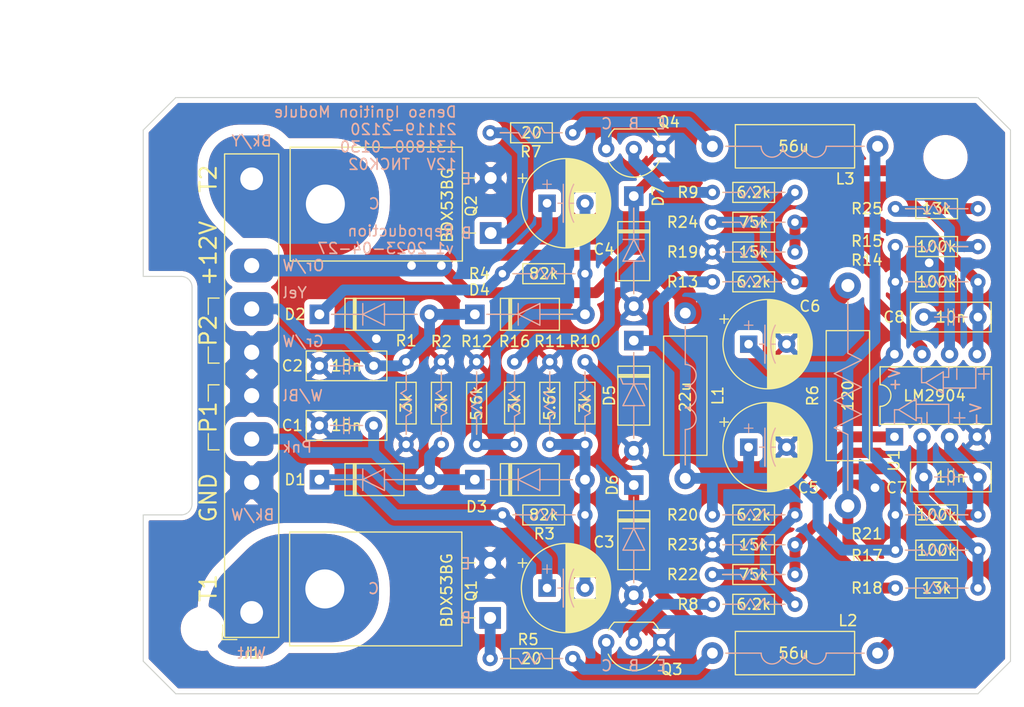
<source format=kicad_pcb>
(kicad_pcb (version 20221018) (generator pcbnew)

  (general
    (thickness 1.6)
  )

  (paper "USLetter")
  (layers
    (0 "F.Cu" signal)
    (31 "B.Cu" signal)
    (32 "B.Adhes" user "B.Adhesive")
    (33 "F.Adhes" user "F.Adhesive")
    (34 "B.Paste" user)
    (35 "F.Paste" user)
    (36 "B.SilkS" user "B.Silkscreen")
    (37 "F.SilkS" user "F.Silkscreen")
    (38 "B.Mask" user)
    (39 "F.Mask" user)
    (40 "Dwgs.User" user "User.Drawings")
    (41 "Cmts.User" user "User.Comments")
    (42 "Eco1.User" user "User.Eco1")
    (43 "Eco2.User" user "User.Eco2")
    (44 "Edge.Cuts" user)
    (45 "Margin" user)
    (46 "B.CrtYd" user "B.Courtyard")
    (47 "F.CrtYd" user "F.Courtyard")
    (48 "B.Fab" user)
    (49 "F.Fab" user)
    (50 "User.1" user)
    (51 "User.2" user)
    (52 "User.3" user)
    (53 "User.4" user)
    (54 "User.5" user)
    (55 "User.6" user)
    (56 "User.7" user)
    (57 "User.8" user)
    (58 "User.9" user)
  )

  (setup
    (stackup
      (layer "F.SilkS" (type "Top Silk Screen") (color "White"))
      (layer "F.Paste" (type "Top Solder Paste"))
      (layer "F.Mask" (type "Top Solder Mask") (color "Purple") (thickness 0.01))
      (layer "F.Cu" (type "copper") (thickness 0.035))
      (layer "dielectric 1" (type "core") (color "FR4 natural") (thickness 1.51) (material "FR4") (epsilon_r 4.5) (loss_tangent 0.02))
      (layer "B.Cu" (type "copper") (thickness 0.035))
      (layer "B.Mask" (type "Bottom Solder Mask") (color "Purple") (thickness 0.01))
      (layer "B.Paste" (type "Bottom Solder Paste"))
      (layer "B.SilkS" (type "Bottom Silk Screen") (color "White"))
      (copper_finish "None")
      (dielectric_constraints no)
    )
    (pad_to_mask_clearance 0.1)
    (solder_mask_min_width 0.2)
    (aux_axis_origin 90 82.5)
    (grid_origin 90 82.5)
    (pcbplotparams
      (layerselection 0x00010fc_ffffffff)
      (plot_on_all_layers_selection 0x0000000_00000000)
      (disableapertmacros false)
      (usegerberextensions false)
      (usegerberattributes true)
      (usegerberadvancedattributes true)
      (creategerberjobfile true)
      (dashed_line_dash_ratio 12.000000)
      (dashed_line_gap_ratio 3.000000)
      (svgprecision 6)
      (plotframeref false)
      (viasonmask false)
      (mode 1)
      (useauxorigin false)
      (hpglpennumber 1)
      (hpglpenspeed 20)
      (hpglpendiameter 15.000000)
      (dxfpolygonmode true)
      (dxfimperialunits true)
      (dxfusepcbnewfont true)
      (psnegative false)
      (psa4output false)
      (plotreference true)
      (plotvalue true)
      (plotinvisibletext false)
      (sketchpadsonfab false)
      (subtractmaskfromsilk false)
      (outputformat 1)
      (mirror false)
      (drillshape 1)
      (scaleselection 1)
      (outputdirectory "")
    )
  )

  (net 0 "")
  (net 1 "GND")
  (net 2 "PulseCoil2")
  (net 3 "Filtered+12v")
  (net 4 "PulseCoil1")
  (net 5 "T1-")
  (net 6 "+12V")
  (net 7 "T2-")
  (net 8 "Net-(D1-K)")
  (net 9 "Net-(D3-A)")
  (net 10 "Net-(D2-K)")
  (net 11 "Net-(D4-A)")
  (net 12 "Net-(D6-K)")
  (net 13 "Net-(D7-K)")
  (net 14 "Net-(Q3-C)")
  (net 15 "Net-(Q4-C)")
  (net 16 "/T1_Inverting")
  (net 17 "/T1_Non-Inverting")
  (net 18 "Net-(Q1-B)")
  (net 19 "Net-(Q2-B)")
  (net 20 "Net-(Q3-B)")
  (net 21 "Net-(Q4-B)")
  (net 22 "Q3{slash}4_Supply")
  (net 23 "/T2_Inverting")
  (net 24 "/T2_Non-Inverting")
  (net 25 "/T1_Out")
  (net 26 "/T2_Out")

  (footprint "Custom:R_Axial_DIN0204_L3.6mm_D1.6mm_P7.62mm_Horizontal_with_symbol" (layer "F.Cu") (at 159.38 121))

  (footprint "Custom:R_Axial_DIN0204_L3.6mm_D1.6mm_P7.62mm_Horizontal_with_symbol" (layer "F.Cu") (at 123.13 121))

  (footprint "Capacitor_THT:CP_Radial_D8.0mm_P3.50mm" (layer "F.Cu") (at 127.25 127.75))

  (footprint "Custom:R_Axial_DIN0204_L3.6mm_D1.6mm_P7.62mm_Horizontal_with_symbol" (layer "F.Cu") (at 159.38 127.75))

  (footprint "Package_TO_SOT_THT:TO-92_Inline_Wide" (layer "F.Cu") (at 137.79 132.75 180))

  (footprint "Custom:R_Axial_DIN0204_L3.6mm_D1.6mm_P7.62mm_Horizontal_with_symbol" (layer "F.Cu") (at 159.38 92.75))

  (footprint "Custom:R_Axial_DIN0204_L3.6mm_D1.6mm_P7.62mm_Horizontal_with_symbol" (layer "F.Cu") (at 167 124.25 180))

  (footprint "Capacitor_THT:CP_Radial_D8.0mm_P3.50mm" (layer "F.Cu") (at 127.25 92.25))

  (footprint "Diode_THT:D_A-405_P10.16mm_Horizontal" (layer "F.Cu") (at 135.25 118.25 -90))

  (footprint "Diode_THT:D_A-405_P10.16mm_Horizontal" (layer "F.Cu") (at 135.25 91.59 -90))

  (footprint "Package_TO_SOT_THT:TO-220-2_Horizontal_TabDown" (layer "F.Cu") (at 122 130.5 90))

  (footprint "Custom:L_Axial_L11.0mm_D4mm_P15.24mm_Horizontal_Fastron_MECC_with_symbol" (layer "F.Cu") (at 142.5 133.75))

  (footprint "Resistor_THT:R_Axial_DIN0204_L3.6mm_D1.6mm_P7.62mm_Horizontal" (layer "F.Cu") (at 117.5 106.88 -90))

  (footprint "Custom:R_Axial_DIN0204_L3.6mm_D1.6mm_P7.62mm_Horizontal_with_symbol" (layer "F.Cu") (at 142.5 96.75))

  (footprint "Custom:R_Axial_DIN0204_L3.6mm_D1.6mm_P7.62mm_Horizontal_with_symbol" (layer "F.Cu") (at 142.5 126.5))

  (footprint "Diode_THT:D_A-405_P10.16mm_Horizontal" (layer "F.Cu") (at 106.25 102.5))

  (footprint "Custom:R_Axial_DIN0204_L3.6mm_D1.6mm_P7.62mm_Horizontal_with_symbol" (layer "F.Cu") (at 142.5 123.75))

  (footprint "Capacitor_THT:C_Rect_L7.2mm_W2.5mm_P5.00mm_FKS2_FKP2_MKS2_MKP2" (layer "F.Cu") (at 162 117.5))

  (footprint "Package_TO_SOT_THT:TO-92_Inline_Wide" (layer "F.Cu") (at 137.79 87.25 180))

  (footprint "Capacitor_THT:C_Rect_L7.2mm_W2.5mm_P5.00mm_FKS2_FKP2_MKS2_MKP2" (layer "F.Cu") (at 106.25 112.75))

  (footprint "Package_TO_SOT_THT:TO-220-2_Horizontal_TabDown" (layer "F.Cu") (at 122.05 95 90))

  (footprint "Capacitor_THT:C_Rect_L7.2mm_W2.5mm_P5.00mm_FKS2_FKP2_MKS2_MKP2" (layer "F.Cu") (at 162 102.75))

  (footprint "Capacitor_THT:CP_Radial_D8.0mm_P3.50mm" (layer "F.Cu") (at 145.847349 105.25))

  (footprint "Custom:R_Axial_DIN0204_L3.6mm_D1.6mm_P7.62mm_Horizontal_with_symbol" (layer "F.Cu")
    (tstamp 64715181-b8f5-4ffb-a28c-ecd7af000af0)
    (at 130.75 114.5 90)
    (descr "Resistor, Axial_DIN0204 series, Axial, Horizontal, pin pitch=7.62mm, 0.167W, length*diameter=3.6*1.6mm^2, http://cdn-reichelt.de/documents/datenblatt/B400/1_4W%23YAG.pdf")
    (tags "Resistor Axial_DIN0204 series Axial Horizontal pin pitch 7.62mm 0.167W length 3.6mm diameter 1.6mm")
    (property "Sheetfile" "Denso 21119-2120 Reproduction.kicad_sch")
    (property "Sheetname" "")
    (property "Tolerance" "2")
    (property "Wattage" "1/8")
    (property "ki_description" "Resistor")
    (property "ki_keywords" "R res resistor")
    (path "/fd6ff85a-0108-417a-8d93-da52e2b70c14")
    (attr through_hole)
    (fp_text reference "R10" (at 9.5 0) (layer "F.SilkS")
        (effects (font (size 1 1) (thickness 0.15)))
      (tstamp d73e5825-4d28-466b-9e06-7628a1bbabea)
    )
    (fp_text value "3k" (at 3.8 0 90) (layer "F.SilkS")
        (effects (font (size 1 1) (thickness 0.15)))
      (tstamp 55d72581-b9f3-4d84-8a7c-62863eca9bfd)
    )
    (fp_text user "${REFERENCE}" (at 3.81 0 90) (layer "F.Fab") hide
        (effects (font (size 0.72 0.72) (thickness 0.108)))
      (tstamp 9a6cbab2-36ec-4a05-806c-faec7ed7b42a)
    )
    (fp_line (start 2.6 0) (end 1 0)
      (stroke (width 0.12) (type default)) (layer "B.SilkS") (tstamp 312d0fa2-d14a-4ba1-b0b1-3e467ad15f77))
    (fp_line (start 2.6 0) (end 2.9 0.5)
      (stroke (width 0.12) (type default)) (layer "B.SilkS") (tstamp fd7d8708-ea78-4dcd-99a6-bb1a8f49ff8b))
    (fp_line (start 3.5 -0.5) (end 2.9 0.5)
      (stroke (width 0.12) (type default)) (layer "B.SilkS") (tstamp c8b65cbc-88c6-42f9-a333-faa05b55002b))
    (fp_line (start 3.5 -0.5) (end 4.1 0.5)
      (stroke (width 0.12) (type default)) (layer "B.SilkS") (tstamp 1cb2e735-3665-4923-b7a8-69af61143d7f))
    (fp_line (start 4.7 -0.5) (end 4.1 0.5)
      (stroke (width 0.12) (type default)) (layer "B.SilkS") (tstamp b2ccb7c7-c864-4d6a-a224-bcad10c74238))
    (fp_line (start 4.7 -0.5) (end 5 0)
      (stroke (width 0.12) (type default)) (layer "B.SilkS") (tstamp 68b9aab5-fd1f-43f8-bb69-440e61366684))
    (fp_line (start 6.7 0) (end 5 0)
      (stroke (width 0.12) (type default)) (layer "B.SilkS") (tstamp 32e61ee2-a8af-4cb9-b9e0-90ae57e92c06))
    (fp_line (start 0.94 0) (end 1.89 0)
      (stroke (width 0.12) (type solid)) (layer "F.SilkS") (tstamp db3a988e-3c22-4f00-a8fa-fef86d0099be))
    (fp_line (start 1.89 -0.92) (end 1.89 0.92)
      (stroke (width 0.12) (type solid)) (layer "F.SilkS") (tstamp 0f7623dd-4659-4b23-bd6b-ee3ee1eb134f))
    (fp_line (start 1.89 0.92) (end 5.73 0.92)
      (stroke (width 0.12) (type solid)) (layer "F.SilkS") (tstamp 44e0c216-dc50-4062-9103-84327da85ab8))
    (fp_line (start 5.73 -0.92) (end 1.89 -0.92)
      (stroke (width 0.12) (type solid)) (layer "F.SilkS") (tstamp 932369bf-d786-4646-8eb2-e2dd05d0caca))
    (fp_line (start 5.73 0.92) (end 5.73 -0.92)
      (stroke (width 0.12) (type solid)) (layer "F.SilkS") (tstamp 7c76cc93-ced9-44d1-a89c-b291dc4e4c25))
    (fp_line (start 6.68 0) (end 5.73 0)
      (stroke (width 0.12) (type solid)) (layer "F.SilkS") (tstamp a7f0aa41-2fa2-494b-b152-924f6429e7f4))
    (fp_line (start -0.95 -1.05) (end -0.95 1.05)
      (stroke (width 0.05) (type solid)) (layer "F.CrtYd") (tstamp a87c0e2b-2122-4cc0-9efa-f2f1ec810c1a))
    (fp_line (start -0.95 1.05) (end 8.57 1.05)
      (stroke (width 0.05) (type solid)) (layer "F.CrtYd") (tstamp 30d0cc8a-e16d-409d-b281-8746807ee876))
    (fp_line (start 8.57 -1.05) (end -0.95 -1.05)
      (stroke (width 0.05) (type solid)) (layer "F.CrtYd") (tstamp fc5de125-d778-4f85-864c-e3315dff9843))
    (fp_line (start 8.57 1.05) (end 8.57 -1.05)
      (stroke (width 0.05) (type solid)) (layer "F.CrtYd") (tstamp 045dbacd-97c6-4c12-9061-bc9ab1a4396a))
    (fp_line (start 0 0) (end 2.01 0)
      (stroke (width 0.1) (type solid)) (layer "F.Fab") (tstamp a825c250-cf15-4307-a408-10d0813d2c88))
    (fp_line (start 2.01 -0.8) (end 2.01 0.8)
      (stroke (width 0.1) (type solid)) (layer "F.Fab") (tstamp 3741e211-2b42-4892-8685-604f9519d163))
    (fp_line (start 2.01 0.8) (end 5.61 0.8)
      (stroke (width 0.1) (type solid)) (layer "F.Fab") (tstamp b00e1846-c529-4435-8450-f76910642efb))
    (fp_line (start 5.61 -0.8) (end 2.01 -0.8)
      (stroke (width 0.1) (type solid)) (layer "F.Fab") (tstamp f1730705-5571-4804-ac3e-c3302f80ed6f))
    (fp_line (start 5.61 0.8) (end 5.61 -0.8)
      (stroke (width 0.1) (type solid)) (layer "F.Fab") (tstamp 315a83f5-676c-4ef1-97b3-ecc67972761b))
    (fp_line (start 7.62 0) (end 5.61 0)
      (stroke (width 0.1) (type solid)) (layer "F.Fab") (tstamp e69e2224-0c6e-4720-971c-00c467bb59a2))
    (pad "1" thru_hole circle (at 0 0 90) (size 1.4 1.4) (drill 0.7) (layers "*.Cu" "*.Mask")
      (net 9 "Net-(D3-A)") (pintype "passive") (tstamp 1a74f998-ea70-4aef-a64b-6a613231ea92))
    (pad "2" thru_hole oval (at 7.62 0 90) (size 1.4 1.4) (drill 0.7) (layers "*.Cu" "*.Mask")
    
... [732035 chars truncated]
</source>
